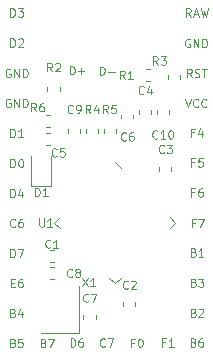
<source format=gto>
G04 #@! TF.GenerationSoftware,KiCad,Pcbnew,(5.1.6)-1*
G04 #@! TF.CreationDate,2020-09-27T19:06:04+08:00*
G04 #@! TF.ProjectId,Alvaro,416c7661-726f-42e6-9b69-6361645f7063,C*
G04 #@! TF.SameCoordinates,Original*
G04 #@! TF.FileFunction,Legend,Top*
G04 #@! TF.FilePolarity,Positive*
%FSLAX46Y46*%
G04 Gerber Fmt 4.6, Leading zero omitted, Abs format (unit mm)*
G04 Created by KiCad (PCBNEW (5.1.6)-1) date 2020-09-27 19:06:04*
%MOMM*%
%LPD*%
G01*
G04 APERTURE LIST*
%ADD10C,0.080000*%
G04 APERTURE END LIST*
D10*
X26883333Y-31241666D02*
X26883333Y-30541666D01*
X27050000Y-30541666D01*
X27150000Y-30575000D01*
X27216666Y-30641666D01*
X27250000Y-30708333D01*
X27283333Y-30841666D01*
X27283333Y-30941666D01*
X27250000Y-31075000D01*
X27216666Y-31141666D01*
X27150000Y-31208333D01*
X27050000Y-31241666D01*
X26883333Y-31241666D01*
X27583333Y-30975000D02*
X28116666Y-30975000D01*
X27850000Y-31241666D02*
X27850000Y-30708333D01*
X29433333Y-31266666D02*
X29433333Y-30566666D01*
X29600000Y-30566666D01*
X29700000Y-30600000D01*
X29766666Y-30666666D01*
X29800000Y-30733333D01*
X29833333Y-30866666D01*
X29833333Y-30966666D01*
X29800000Y-31100000D01*
X29766666Y-31166666D01*
X29700000Y-31233333D01*
X29600000Y-31266666D01*
X29433333Y-31266666D01*
X30133333Y-31000000D02*
X30666666Y-31000000D01*
X37416666Y-36149999D02*
X37183333Y-36149999D01*
X37183333Y-36516665D02*
X37183333Y-35816665D01*
X37516666Y-35816665D01*
X38083333Y-36049999D02*
X38083333Y-36516665D01*
X37916666Y-35783332D02*
X37750000Y-36283332D01*
X38183333Y-36283332D01*
X36641666Y-33316666D02*
X36875000Y-34016666D01*
X37108333Y-33316666D01*
X37741666Y-33950000D02*
X37708333Y-33983333D01*
X37608333Y-34016666D01*
X37541666Y-34016666D01*
X37441666Y-33983333D01*
X37375000Y-33916666D01*
X37341666Y-33850000D01*
X37308333Y-33716666D01*
X37308333Y-33616666D01*
X37341666Y-33483333D01*
X37375000Y-33416666D01*
X37441666Y-33350000D01*
X37541666Y-33316666D01*
X37608333Y-33316666D01*
X37708333Y-33350000D01*
X37741666Y-33383333D01*
X38441666Y-33950000D02*
X38408333Y-33983333D01*
X38308333Y-34016666D01*
X38241666Y-34016666D01*
X38141666Y-33983333D01*
X38075000Y-33916666D01*
X38041666Y-33850000D01*
X38008333Y-33716666D01*
X38008333Y-33616666D01*
X38041666Y-33483333D01*
X38075000Y-33416666D01*
X38141666Y-33350000D01*
X38241666Y-33316666D01*
X38308333Y-33316666D01*
X38408333Y-33350000D01*
X38441666Y-33383333D01*
X37191666Y-31466666D02*
X36958333Y-31133333D01*
X36791666Y-31466666D02*
X36791666Y-30766666D01*
X37058333Y-30766666D01*
X37125000Y-30800000D01*
X37158333Y-30833333D01*
X37191666Y-30900000D01*
X37191666Y-31000000D01*
X37158333Y-31066666D01*
X37125000Y-31100000D01*
X37058333Y-31133333D01*
X36791666Y-31133333D01*
X37458333Y-31433333D02*
X37558333Y-31466666D01*
X37725000Y-31466666D01*
X37791666Y-31433333D01*
X37825000Y-31400000D01*
X37858333Y-31333333D01*
X37858333Y-31266666D01*
X37825000Y-31200000D01*
X37791666Y-31166666D01*
X37725000Y-31133333D01*
X37591666Y-31100000D01*
X37525000Y-31066666D01*
X37491666Y-31033333D01*
X37458333Y-30966666D01*
X37458333Y-30900000D01*
X37491666Y-30833333D01*
X37525000Y-30800000D01*
X37591666Y-30766666D01*
X37758333Y-30766666D01*
X37858333Y-30800000D01*
X38058333Y-30766666D02*
X38458333Y-30766666D01*
X38258333Y-31466666D02*
X38258333Y-30766666D01*
X37416666Y-38675000D02*
X37183333Y-38675000D01*
X37183333Y-39041666D02*
X37183333Y-38341666D01*
X37516666Y-38341666D01*
X38116666Y-38341666D02*
X37783333Y-38341666D01*
X37750000Y-38675000D01*
X37783333Y-38641666D01*
X37850000Y-38608333D01*
X38016666Y-38608333D01*
X38083333Y-38641666D01*
X38116666Y-38675000D01*
X38150000Y-38741666D01*
X38150000Y-38908333D01*
X38116666Y-38975000D01*
X38083333Y-39008333D01*
X38016666Y-39041666D01*
X37850000Y-39041666D01*
X37783333Y-39008333D01*
X37750000Y-38975000D01*
X37041666Y-28275000D02*
X36975000Y-28241666D01*
X36875000Y-28241666D01*
X36775000Y-28275000D01*
X36708333Y-28341666D01*
X36675000Y-28408333D01*
X36641666Y-28541666D01*
X36641666Y-28641666D01*
X36675000Y-28775000D01*
X36708333Y-28841666D01*
X36775000Y-28908333D01*
X36875000Y-28941666D01*
X36941666Y-28941666D01*
X37041666Y-28908333D01*
X37075000Y-28875000D01*
X37075000Y-28641666D01*
X36941666Y-28641666D01*
X37375000Y-28941666D02*
X37375000Y-28241666D01*
X37775000Y-28941666D01*
X37775000Y-28241666D01*
X38108333Y-28941666D02*
X38108333Y-28241666D01*
X38275000Y-28241666D01*
X38375000Y-28275000D01*
X38441666Y-28341666D01*
X38475000Y-28408333D01*
X38508333Y-28541666D01*
X38508333Y-28641666D01*
X38475000Y-28775000D01*
X38441666Y-28841666D01*
X38375000Y-28908333D01*
X38275000Y-28941666D01*
X38108333Y-28941666D01*
X37121666Y-26341666D02*
X36888333Y-26008333D01*
X36721666Y-26341666D02*
X36721666Y-25641666D01*
X36988333Y-25641666D01*
X37055000Y-25675000D01*
X37088333Y-25708333D01*
X37121666Y-25775000D01*
X37121666Y-25875000D01*
X37088333Y-25941666D01*
X37055000Y-25975000D01*
X36988333Y-26008333D01*
X36721666Y-26008333D01*
X37388333Y-26141666D02*
X37721666Y-26141666D01*
X37321666Y-26341666D02*
X37555000Y-25641666D01*
X37788333Y-26341666D01*
X37955000Y-25641666D02*
X38121666Y-26341666D01*
X38255000Y-25841666D01*
X38388333Y-26341666D01*
X38555000Y-25641666D01*
X37441666Y-43775000D02*
X37208333Y-43775000D01*
X37208333Y-44141666D02*
X37208333Y-43441666D01*
X37541666Y-43441666D01*
X37741666Y-43441666D02*
X38208333Y-43441666D01*
X37908333Y-44141666D01*
X37366666Y-46300000D02*
X37466666Y-46333333D01*
X37500000Y-46366666D01*
X37533333Y-46433333D01*
X37533333Y-46533333D01*
X37500000Y-46600000D01*
X37466666Y-46633333D01*
X37400000Y-46666666D01*
X37133333Y-46666666D01*
X37133333Y-45966666D01*
X37366666Y-45966666D01*
X37433333Y-46000000D01*
X37466666Y-46033333D01*
X37500000Y-46100000D01*
X37500000Y-46166666D01*
X37466666Y-46233333D01*
X37433333Y-46266666D01*
X37366666Y-46300000D01*
X37133333Y-46300000D01*
X38200000Y-46666666D02*
X37800000Y-46666666D01*
X38000000Y-46666666D02*
X38000000Y-45966666D01*
X37933333Y-46066666D01*
X37866666Y-46133333D01*
X37800000Y-46166666D01*
X37341666Y-53925000D02*
X37441666Y-53958333D01*
X37475000Y-53991666D01*
X37508333Y-54058333D01*
X37508333Y-54158333D01*
X37475000Y-54225000D01*
X37441666Y-54258333D01*
X37375000Y-54291666D01*
X37108333Y-54291666D01*
X37108333Y-53591666D01*
X37341666Y-53591666D01*
X37408333Y-53625000D01*
X37441666Y-53658333D01*
X37475000Y-53725000D01*
X37475000Y-53791666D01*
X37441666Y-53858333D01*
X37408333Y-53891666D01*
X37341666Y-53925000D01*
X37108333Y-53925000D01*
X38108333Y-53591666D02*
X37975000Y-53591666D01*
X37908333Y-53625000D01*
X37875000Y-53658333D01*
X37808333Y-53758333D01*
X37775000Y-53891666D01*
X37775000Y-54158333D01*
X37808333Y-54225000D01*
X37841666Y-54258333D01*
X37908333Y-54291666D01*
X38041666Y-54291666D01*
X38108333Y-54258333D01*
X38141666Y-54225000D01*
X38175000Y-54158333D01*
X38175000Y-53991666D01*
X38141666Y-53925000D01*
X38108333Y-53891666D01*
X38041666Y-53858333D01*
X37908333Y-53858333D01*
X37841666Y-53891666D01*
X37808333Y-53925000D01*
X37775000Y-53991666D01*
X37366666Y-51400000D02*
X37466666Y-51433333D01*
X37500000Y-51466666D01*
X37533333Y-51533333D01*
X37533333Y-51633333D01*
X37500000Y-51700000D01*
X37466666Y-51733333D01*
X37400000Y-51766666D01*
X37133333Y-51766666D01*
X37133333Y-51066666D01*
X37366666Y-51066666D01*
X37433333Y-51100000D01*
X37466666Y-51133333D01*
X37500000Y-51200000D01*
X37500000Y-51266666D01*
X37466666Y-51333333D01*
X37433333Y-51366666D01*
X37366666Y-51400000D01*
X37133333Y-51400000D01*
X37800000Y-51133333D02*
X37833333Y-51100000D01*
X37900000Y-51066666D01*
X38066666Y-51066666D01*
X38133333Y-51100000D01*
X38166666Y-51133333D01*
X38200000Y-51200000D01*
X38200000Y-51266666D01*
X38166666Y-51366666D01*
X37766666Y-51766666D01*
X38200000Y-51766666D01*
X37366666Y-48850001D02*
X37466666Y-48883334D01*
X37500000Y-48916667D01*
X37533333Y-48983334D01*
X37533333Y-49083334D01*
X37500000Y-49150001D01*
X37466666Y-49183334D01*
X37400000Y-49216667D01*
X37133333Y-49216667D01*
X37133333Y-48516667D01*
X37366666Y-48516667D01*
X37433333Y-48550001D01*
X37466666Y-48583334D01*
X37500000Y-48650001D01*
X37500000Y-48716667D01*
X37466666Y-48783334D01*
X37433333Y-48816667D01*
X37366666Y-48850001D01*
X37133333Y-48850001D01*
X37766666Y-48516667D02*
X38200000Y-48516667D01*
X37966666Y-48783334D01*
X38066666Y-48783334D01*
X38133333Y-48816667D01*
X38166666Y-48850001D01*
X38200000Y-48916667D01*
X38200000Y-49083334D01*
X38166666Y-49150001D01*
X38133333Y-49183334D01*
X38066666Y-49216667D01*
X37866666Y-49216667D01*
X37800000Y-49183334D01*
X37766666Y-49150001D01*
X37416666Y-41224999D02*
X37183333Y-41224999D01*
X37183333Y-41591665D02*
X37183333Y-40891665D01*
X37516666Y-40891665D01*
X38083333Y-40891665D02*
X37950000Y-40891665D01*
X37883333Y-40924999D01*
X37850000Y-40958332D01*
X37783333Y-41058332D01*
X37750000Y-41191665D01*
X37750000Y-41458332D01*
X37783333Y-41524999D01*
X37816666Y-41558332D01*
X37883333Y-41591665D01*
X38016666Y-41591665D01*
X38083333Y-41558332D01*
X38116666Y-41524999D01*
X38150000Y-41458332D01*
X38150000Y-41291665D01*
X38116666Y-41224999D01*
X38083333Y-41191665D01*
X38016666Y-41158332D01*
X37883333Y-41158332D01*
X37816666Y-41191665D01*
X37783333Y-41224999D01*
X37750000Y-41291665D01*
X34941666Y-53925000D02*
X34708333Y-53925000D01*
X34708333Y-54291666D02*
X34708333Y-53591666D01*
X35041666Y-53591666D01*
X35675000Y-54291666D02*
X35275000Y-54291666D01*
X35475000Y-54291666D02*
X35475000Y-53591666D01*
X35408333Y-53691666D01*
X35341666Y-53758333D01*
X35275000Y-53791666D01*
X32306666Y-53950000D02*
X32073333Y-53950000D01*
X32073333Y-54316666D02*
X32073333Y-53616666D01*
X32406666Y-53616666D01*
X32806666Y-53616666D02*
X32873333Y-53616666D01*
X32940000Y-53650000D01*
X32973333Y-53683333D01*
X33006666Y-53750000D01*
X33040000Y-53883333D01*
X33040000Y-54050000D01*
X33006666Y-54183333D01*
X32973333Y-54250000D01*
X32940000Y-54283333D01*
X32873333Y-54316666D01*
X32806666Y-54316666D01*
X32740000Y-54283333D01*
X32706666Y-54250000D01*
X32673333Y-54183333D01*
X32640000Y-54050000D01*
X32640000Y-53883333D01*
X32673333Y-53750000D01*
X32706666Y-53683333D01*
X32740000Y-53650000D01*
X32806666Y-53616666D01*
X29858333Y-54225000D02*
X29825000Y-54258333D01*
X29725000Y-54291666D01*
X29658333Y-54291666D01*
X29558333Y-54258333D01*
X29491666Y-54191666D01*
X29458333Y-54125000D01*
X29425000Y-53991666D01*
X29425000Y-53891666D01*
X29458333Y-53758333D01*
X29491666Y-53691666D01*
X29558333Y-53625000D01*
X29658333Y-53591666D01*
X29725000Y-53591666D01*
X29825000Y-53625000D01*
X29858333Y-53658333D01*
X30091666Y-53591666D02*
X30558333Y-53591666D01*
X30258333Y-54291666D01*
X26943333Y-54291666D02*
X26943333Y-53591666D01*
X27110000Y-53591666D01*
X27210000Y-53625000D01*
X27276666Y-53691666D01*
X27310000Y-53758333D01*
X27343333Y-53891666D01*
X27343333Y-53991666D01*
X27310000Y-54125000D01*
X27276666Y-54191666D01*
X27210000Y-54258333D01*
X27110000Y-54291666D01*
X26943333Y-54291666D01*
X27943333Y-53591666D02*
X27810000Y-53591666D01*
X27743333Y-53625000D01*
X27710000Y-53658333D01*
X27643333Y-53758333D01*
X27610000Y-53891666D01*
X27610000Y-54158333D01*
X27643333Y-54225000D01*
X27676666Y-54258333D01*
X27743333Y-54291666D01*
X27876666Y-54291666D01*
X27943333Y-54258333D01*
X27976666Y-54225000D01*
X28010000Y-54158333D01*
X28010000Y-53991666D01*
X27976666Y-53925000D01*
X27943333Y-53891666D01*
X27876666Y-53858333D01*
X27743333Y-53858333D01*
X27676666Y-53891666D01*
X27643333Y-53925000D01*
X27610000Y-53991666D01*
X24641666Y-53950000D02*
X24741666Y-53983333D01*
X24775000Y-54016666D01*
X24808333Y-54083333D01*
X24808333Y-54183333D01*
X24775000Y-54250000D01*
X24741666Y-54283333D01*
X24675000Y-54316666D01*
X24408333Y-54316666D01*
X24408333Y-53616666D01*
X24641666Y-53616666D01*
X24708333Y-53650000D01*
X24741666Y-53683333D01*
X24775000Y-53750000D01*
X24775000Y-53816666D01*
X24741666Y-53883333D01*
X24708333Y-53916666D01*
X24641666Y-53950000D01*
X24408333Y-53950000D01*
X25041666Y-53616666D02*
X25508333Y-53616666D01*
X25208333Y-54316666D01*
X21858333Y-39091666D02*
X21858333Y-38391666D01*
X22025000Y-38391666D01*
X22125000Y-38425000D01*
X22191666Y-38491666D01*
X22225000Y-38558333D01*
X22258333Y-38691666D01*
X22258333Y-38791666D01*
X22225000Y-38925000D01*
X22191666Y-38991666D01*
X22125000Y-39058333D01*
X22025000Y-39091666D01*
X21858333Y-39091666D01*
X22691666Y-38391666D02*
X22758333Y-38391666D01*
X22825000Y-38425000D01*
X22858333Y-38458333D01*
X22891666Y-38525000D01*
X22925000Y-38658333D01*
X22925000Y-38825000D01*
X22891666Y-38958333D01*
X22858333Y-39025000D01*
X22825000Y-39058333D01*
X22758333Y-39091666D01*
X22691666Y-39091666D01*
X22625000Y-39058333D01*
X22591666Y-39025000D01*
X22558333Y-38958333D01*
X22525000Y-38825000D01*
X22525000Y-38658333D01*
X22558333Y-38525000D01*
X22591666Y-38458333D01*
X22625000Y-38425000D01*
X22691666Y-38391666D01*
X22258333Y-44100000D02*
X22225000Y-44133333D01*
X22125000Y-44166666D01*
X22058333Y-44166666D01*
X21958333Y-44133333D01*
X21891666Y-44066666D01*
X21858333Y-44000000D01*
X21825000Y-43866666D01*
X21825000Y-43766666D01*
X21858333Y-43633333D01*
X21891666Y-43566666D01*
X21958333Y-43500000D01*
X22058333Y-43466666D01*
X22125000Y-43466666D01*
X22225000Y-43500000D01*
X22258333Y-43533333D01*
X22858333Y-43466666D02*
X22725000Y-43466666D01*
X22658333Y-43500000D01*
X22625000Y-43533333D01*
X22558333Y-43633333D01*
X22525000Y-43766666D01*
X22525000Y-44033333D01*
X22558333Y-44100000D01*
X22591666Y-44133333D01*
X22658333Y-44166666D01*
X22791666Y-44166666D01*
X22858333Y-44133333D01*
X22891666Y-44100000D01*
X22925000Y-44033333D01*
X22925000Y-43866666D01*
X22891666Y-43800000D01*
X22858333Y-43766666D01*
X22791666Y-43733333D01*
X22658333Y-43733333D01*
X22591666Y-43766666D01*
X22558333Y-43800000D01*
X22525000Y-43866666D01*
X21858333Y-46716666D02*
X21858333Y-46016666D01*
X22025000Y-46016666D01*
X22125000Y-46050000D01*
X22191666Y-46116666D01*
X22225000Y-46183333D01*
X22258333Y-46316666D01*
X22258333Y-46416666D01*
X22225000Y-46550000D01*
X22191666Y-46616666D01*
X22125000Y-46683333D01*
X22025000Y-46716666D01*
X21858333Y-46716666D01*
X22491666Y-46016666D02*
X22958333Y-46016666D01*
X22658333Y-46716666D01*
X22066667Y-53949998D02*
X22166667Y-53983331D01*
X22200001Y-54016664D01*
X22233334Y-54083331D01*
X22233334Y-54183331D01*
X22200001Y-54249998D01*
X22166667Y-54283331D01*
X22100001Y-54316664D01*
X21833334Y-54316664D01*
X21833334Y-53616664D01*
X22066667Y-53616664D01*
X22133334Y-53649998D01*
X22166667Y-53683331D01*
X22200001Y-53749998D01*
X22200001Y-53816664D01*
X22166667Y-53883331D01*
X22133334Y-53916664D01*
X22066667Y-53949998D01*
X21833334Y-53949998D01*
X22866667Y-53616664D02*
X22533334Y-53616664D01*
X22500001Y-53949998D01*
X22533334Y-53916664D01*
X22600001Y-53883331D01*
X22766667Y-53883331D01*
X22833334Y-53916664D01*
X22866667Y-53949998D01*
X22900001Y-54016664D01*
X22900001Y-54183331D01*
X22866667Y-54249998D01*
X22833334Y-54283331D01*
X22766667Y-54316664D01*
X22600001Y-54316664D01*
X22533334Y-54283331D01*
X22500001Y-54249998D01*
X21891666Y-48875000D02*
X22125000Y-48875000D01*
X22225000Y-49241666D02*
X21891666Y-49241666D01*
X21891666Y-48541666D01*
X22225000Y-48541666D01*
X22825000Y-48541666D02*
X22691666Y-48541666D01*
X22625000Y-48575000D01*
X22591666Y-48608333D01*
X22525000Y-48708333D01*
X22491666Y-48841666D01*
X22491666Y-49108333D01*
X22525000Y-49175000D01*
X22558333Y-49208333D01*
X22625000Y-49241666D01*
X22758333Y-49241666D01*
X22825000Y-49208333D01*
X22858333Y-49175000D01*
X22891666Y-49108333D01*
X22891666Y-48941666D01*
X22858333Y-48875000D01*
X22825000Y-48841666D01*
X22758333Y-48808333D01*
X22625000Y-48808333D01*
X22558333Y-48841666D01*
X22525000Y-48875000D01*
X22491666Y-48941666D01*
X21858333Y-28891666D02*
X21858333Y-28191666D01*
X22025000Y-28191666D01*
X22125000Y-28225000D01*
X22191666Y-28291666D01*
X22225000Y-28358333D01*
X22258333Y-28491666D01*
X22258333Y-28591666D01*
X22225000Y-28725000D01*
X22191666Y-28791666D01*
X22125000Y-28858333D01*
X22025000Y-28891666D01*
X21858333Y-28891666D01*
X22525000Y-28258333D02*
X22558333Y-28225000D01*
X22625000Y-28191666D01*
X22791666Y-28191666D01*
X22858333Y-28225000D01*
X22891666Y-28258333D01*
X22925000Y-28325000D01*
X22925000Y-28391666D01*
X22891666Y-28491666D01*
X22491666Y-28891666D01*
X22925000Y-28891666D01*
X22091666Y-51424998D02*
X22191666Y-51458331D01*
X22225000Y-51491664D01*
X22258333Y-51558331D01*
X22258333Y-51658331D01*
X22225000Y-51724998D01*
X22191666Y-51758331D01*
X22125000Y-51791664D01*
X21858333Y-51791664D01*
X21858333Y-51091664D01*
X22091666Y-51091664D01*
X22158333Y-51124998D01*
X22191666Y-51158331D01*
X22225000Y-51224998D01*
X22225000Y-51291664D01*
X22191666Y-51358331D01*
X22158333Y-51391664D01*
X22091666Y-51424998D01*
X21858333Y-51424998D01*
X22858333Y-51324998D02*
X22858333Y-51791664D01*
X22691666Y-51058331D02*
X22525000Y-51558331D01*
X22958333Y-51558331D01*
X21858334Y-26341666D02*
X21858334Y-25641666D01*
X22025001Y-25641666D01*
X22125001Y-25675000D01*
X22191667Y-25741666D01*
X22225001Y-25808333D01*
X22258334Y-25941666D01*
X22258334Y-26041666D01*
X22225001Y-26175000D01*
X22191667Y-26241666D01*
X22125001Y-26308333D01*
X22025001Y-26341666D01*
X21858334Y-26341666D01*
X22491667Y-25641666D02*
X22925001Y-25641666D01*
X22691667Y-25908333D01*
X22791667Y-25908333D01*
X22858334Y-25941666D01*
X22891667Y-25975000D01*
X22925001Y-26041666D01*
X22925001Y-26208333D01*
X22891667Y-26275000D01*
X22858334Y-26308333D01*
X22791667Y-26341666D01*
X22591667Y-26341666D01*
X22525001Y-26308333D01*
X22491667Y-26275000D01*
X21841666Y-33325000D02*
X21775000Y-33291666D01*
X21675000Y-33291666D01*
X21575000Y-33325000D01*
X21508333Y-33391666D01*
X21475000Y-33458333D01*
X21441666Y-33591666D01*
X21441666Y-33691666D01*
X21475000Y-33825000D01*
X21508333Y-33891666D01*
X21575000Y-33958333D01*
X21675000Y-33991666D01*
X21741666Y-33991666D01*
X21841666Y-33958333D01*
X21875000Y-33925000D01*
X21875000Y-33691666D01*
X21741666Y-33691666D01*
X22175000Y-33991666D02*
X22175000Y-33291666D01*
X22575000Y-33991666D01*
X22575000Y-33291666D01*
X22908333Y-33991666D02*
X22908333Y-33291666D01*
X23075000Y-33291666D01*
X23175000Y-33325000D01*
X23241666Y-33391666D01*
X23275000Y-33458333D01*
X23308333Y-33591666D01*
X23308333Y-33691666D01*
X23275000Y-33825000D01*
X23241666Y-33891666D01*
X23175000Y-33958333D01*
X23075000Y-33991666D01*
X22908333Y-33991666D01*
X21858335Y-36541665D02*
X21858335Y-35841665D01*
X22025002Y-35841665D01*
X22125002Y-35874999D01*
X22191668Y-35941665D01*
X22225002Y-36008332D01*
X22258335Y-36141665D01*
X22258335Y-36241665D01*
X22225002Y-36374999D01*
X22191668Y-36441665D01*
X22125002Y-36508332D01*
X22025002Y-36541665D01*
X21858335Y-36541665D01*
X22925002Y-36541665D02*
X22525002Y-36541665D01*
X22725002Y-36541665D02*
X22725002Y-35841665D01*
X22658335Y-35941665D01*
X22591668Y-36008332D01*
X22525002Y-36041665D01*
X21858333Y-41641664D02*
X21858333Y-40941664D01*
X22025000Y-40941664D01*
X22125000Y-40974998D01*
X22191666Y-41041664D01*
X22225000Y-41108331D01*
X22258333Y-41241664D01*
X22258333Y-41341664D01*
X22225000Y-41474998D01*
X22191666Y-41541664D01*
X22125000Y-41608331D01*
X22025000Y-41641664D01*
X21858333Y-41641664D01*
X22858333Y-41174998D02*
X22858333Y-41641664D01*
X22691666Y-40908331D02*
X22525000Y-41408331D01*
X22958333Y-41408331D01*
X21841666Y-30800000D02*
X21775000Y-30766666D01*
X21675000Y-30766666D01*
X21575000Y-30800000D01*
X21508333Y-30866666D01*
X21475000Y-30933333D01*
X21441666Y-31066666D01*
X21441666Y-31166666D01*
X21475000Y-31300000D01*
X21508333Y-31366666D01*
X21575000Y-31433333D01*
X21675000Y-31466666D01*
X21741666Y-31466666D01*
X21841666Y-31433333D01*
X21875000Y-31400000D01*
X21875000Y-31166666D01*
X21741666Y-31166666D01*
X22175000Y-31466666D02*
X22175000Y-30766666D01*
X22575000Y-31466666D01*
X22575000Y-30766666D01*
X22908333Y-31466666D02*
X22908333Y-30766666D01*
X23075000Y-30766666D01*
X23175000Y-30800000D01*
X23241666Y-30866666D01*
X23275000Y-30933333D01*
X23308333Y-31066666D01*
X23308333Y-31166666D01*
X23275000Y-31300000D01*
X23241666Y-31366666D01*
X23175000Y-31433333D01*
X23075000Y-31466666D01*
X22908333Y-31466666D01*
X25162779Y-36165000D02*
X24837221Y-36165000D01*
X25162779Y-37185000D02*
X24837221Y-37185000D01*
X30700000Y-38680547D02*
X31173762Y-39154308D01*
X25580547Y-43800000D02*
X26054308Y-43326238D01*
X25580547Y-43800000D02*
X26054308Y-44273762D01*
X35819453Y-43800000D02*
X35345692Y-43326238D01*
X35819453Y-43800000D02*
X35345692Y-44273762D01*
X30700000Y-48919453D02*
X30226238Y-48445692D01*
X30700000Y-48919453D02*
X31173762Y-48445692D01*
X24837221Y-35685000D02*
X25162779Y-35685000D01*
X24837221Y-34665000D02*
X25162779Y-34665000D01*
X30760000Y-36212779D02*
X30760000Y-35887221D01*
X29740000Y-36212779D02*
X29740000Y-35887221D01*
X29260000Y-36212779D02*
X29260000Y-35887221D01*
X28240000Y-36212779D02*
X28240000Y-35887221D01*
X35190000Y-31287221D02*
X35190000Y-31612779D01*
X36210000Y-31287221D02*
X36210000Y-31612779D01*
X26010000Y-32612779D02*
X26010000Y-32287221D01*
X24990000Y-32612779D02*
X24990000Y-32287221D01*
X33662779Y-30790000D02*
X33337221Y-30790000D01*
X33662779Y-31810000D02*
X33337221Y-31810000D01*
X35260000Y-34612779D02*
X35260000Y-34287221D01*
X34240000Y-34612779D02*
X34240000Y-34287221D01*
X27760000Y-36212779D02*
X27760000Y-35887221D01*
X26740000Y-36212779D02*
X26740000Y-35887221D01*
X25187221Y-48585000D02*
X25512779Y-48585000D01*
X25187221Y-47565000D02*
X25512779Y-47565000D01*
X28040000Y-51962779D02*
X28040000Y-51637221D01*
X29060000Y-51962779D02*
X29060000Y-51637221D01*
X32260000Y-34962779D02*
X32260000Y-34637221D01*
X31240000Y-34962779D02*
X31240000Y-34637221D01*
X33760000Y-34612779D02*
X33760000Y-34287221D01*
X32740000Y-34612779D02*
X32740000Y-34287221D01*
X34440000Y-39049721D02*
X34440000Y-39375279D01*
X35460000Y-39049721D02*
X35460000Y-39375279D01*
X32435000Y-50537221D02*
X32435000Y-50862779D01*
X31415000Y-50537221D02*
X31415000Y-50862779D01*
X25512779Y-46065000D02*
X25187221Y-46065000D01*
X25512779Y-47085000D02*
X25187221Y-47085000D01*
X23600000Y-40725000D02*
X25300000Y-40725000D01*
X25300000Y-40725000D02*
X25300000Y-38175000D01*
X23600000Y-40725000D02*
X23600000Y-38175000D01*
X24450000Y-53150000D02*
X27650000Y-53150000D01*
X27650000Y-53150000D02*
X27650000Y-49150000D01*
X25783333Y-38125000D02*
X25750000Y-38158333D01*
X25650000Y-38191666D01*
X25583333Y-38191666D01*
X25483333Y-38158333D01*
X25416666Y-38091666D01*
X25383333Y-38025000D01*
X25350000Y-37891666D01*
X25350000Y-37791666D01*
X25383333Y-37658333D01*
X25416666Y-37591666D01*
X25483333Y-37525000D01*
X25583333Y-37491666D01*
X25650000Y-37491666D01*
X25750000Y-37525000D01*
X25783333Y-37558333D01*
X26416666Y-37491666D02*
X26083333Y-37491666D01*
X26050000Y-37825000D01*
X26083333Y-37791666D01*
X26150000Y-37758333D01*
X26316666Y-37758333D01*
X26383333Y-37791666D01*
X26416666Y-37825000D01*
X26450000Y-37891666D01*
X26450000Y-38058333D01*
X26416666Y-38125000D01*
X26383333Y-38158333D01*
X26316666Y-38191666D01*
X26150000Y-38191666D01*
X26083333Y-38158333D01*
X26050000Y-38125000D01*
X24291666Y-43416666D02*
X24291666Y-43983333D01*
X24325000Y-44050000D01*
X24358333Y-44083333D01*
X24425000Y-44116666D01*
X24558333Y-44116666D01*
X24625000Y-44083333D01*
X24658333Y-44050000D01*
X24691666Y-43983333D01*
X24691666Y-43416666D01*
X25391666Y-44116666D02*
X24991666Y-44116666D01*
X25191666Y-44116666D02*
X25191666Y-43416666D01*
X25125000Y-43516666D01*
X25058333Y-43583333D01*
X24991666Y-43616666D01*
X24033333Y-34366666D02*
X23800000Y-34033333D01*
X23633333Y-34366666D02*
X23633333Y-33666666D01*
X23900000Y-33666666D01*
X23966666Y-33700000D01*
X24000000Y-33733333D01*
X24033333Y-33800000D01*
X24033333Y-33900000D01*
X24000000Y-33966666D01*
X23966666Y-34000000D01*
X23900000Y-34033333D01*
X23633333Y-34033333D01*
X24633333Y-33666666D02*
X24500000Y-33666666D01*
X24433333Y-33700000D01*
X24400000Y-33733333D01*
X24333333Y-33833333D01*
X24300000Y-33966666D01*
X24300000Y-34233333D01*
X24333333Y-34300000D01*
X24366666Y-34333333D01*
X24433333Y-34366666D01*
X24566666Y-34366666D01*
X24633333Y-34333333D01*
X24666666Y-34300000D01*
X24700000Y-34233333D01*
X24700000Y-34066666D01*
X24666666Y-34000000D01*
X24633333Y-33966666D01*
X24566666Y-33933333D01*
X24433333Y-33933333D01*
X24366666Y-33966666D01*
X24333333Y-34000000D01*
X24300000Y-34066666D01*
X30133333Y-34516666D02*
X29900000Y-34183333D01*
X29733333Y-34516666D02*
X29733333Y-33816666D01*
X30000000Y-33816666D01*
X30066666Y-33850000D01*
X30100000Y-33883333D01*
X30133333Y-33950000D01*
X30133333Y-34050000D01*
X30100000Y-34116666D01*
X30066666Y-34150000D01*
X30000000Y-34183333D01*
X29733333Y-34183333D01*
X30766666Y-33816666D02*
X30433333Y-33816666D01*
X30400000Y-34150000D01*
X30433333Y-34116666D01*
X30500000Y-34083333D01*
X30666666Y-34083333D01*
X30733333Y-34116666D01*
X30766666Y-34150000D01*
X30800000Y-34216666D01*
X30800000Y-34383333D01*
X30766666Y-34450000D01*
X30733333Y-34483333D01*
X30666666Y-34516666D01*
X30500000Y-34516666D01*
X30433333Y-34483333D01*
X30400000Y-34450000D01*
X28633333Y-34516666D02*
X28400000Y-34183333D01*
X28233333Y-34516666D02*
X28233333Y-33816666D01*
X28500000Y-33816666D01*
X28566666Y-33850000D01*
X28600000Y-33883333D01*
X28633333Y-33950000D01*
X28633333Y-34050000D01*
X28600000Y-34116666D01*
X28566666Y-34150000D01*
X28500000Y-34183333D01*
X28233333Y-34183333D01*
X29233333Y-34050000D02*
X29233333Y-34516666D01*
X29066666Y-33783333D02*
X28900000Y-34283333D01*
X29333333Y-34283333D01*
X34333333Y-30416666D02*
X34100000Y-30083333D01*
X33933333Y-30416666D02*
X33933333Y-29716666D01*
X34200000Y-29716666D01*
X34266666Y-29750000D01*
X34300000Y-29783333D01*
X34333333Y-29850000D01*
X34333333Y-29950000D01*
X34300000Y-30016666D01*
X34266666Y-30050000D01*
X34200000Y-30083333D01*
X33933333Y-30083333D01*
X34566666Y-29716666D02*
X35000000Y-29716666D01*
X34766666Y-29983333D01*
X34866666Y-29983333D01*
X34933333Y-30016666D01*
X34966666Y-30050000D01*
X35000000Y-30116666D01*
X35000000Y-30283333D01*
X34966666Y-30350000D01*
X34933333Y-30383333D01*
X34866666Y-30416666D01*
X34666666Y-30416666D01*
X34600000Y-30383333D01*
X34566666Y-30350000D01*
X25383333Y-30966666D02*
X25150000Y-30633333D01*
X24983333Y-30966666D02*
X24983333Y-30266666D01*
X25250000Y-30266666D01*
X25316666Y-30300000D01*
X25350000Y-30333333D01*
X25383333Y-30400000D01*
X25383333Y-30500000D01*
X25350000Y-30566666D01*
X25316666Y-30600000D01*
X25250000Y-30633333D01*
X24983333Y-30633333D01*
X25650000Y-30333333D02*
X25683333Y-30300000D01*
X25750000Y-30266666D01*
X25916666Y-30266666D01*
X25983333Y-30300000D01*
X26016666Y-30333333D01*
X26050000Y-30400000D01*
X26050000Y-30466666D01*
X26016666Y-30566666D01*
X25616666Y-30966666D01*
X26050000Y-30966666D01*
X31533333Y-31616666D02*
X31300000Y-31283333D01*
X31133333Y-31616666D02*
X31133333Y-30916666D01*
X31400000Y-30916666D01*
X31466666Y-30950000D01*
X31500000Y-30983333D01*
X31533333Y-31050000D01*
X31533333Y-31150000D01*
X31500000Y-31216666D01*
X31466666Y-31250000D01*
X31400000Y-31283333D01*
X31133333Y-31283333D01*
X32200000Y-31616666D02*
X31800000Y-31616666D01*
X32000000Y-31616666D02*
X32000000Y-30916666D01*
X31933333Y-31016666D01*
X31866666Y-31083333D01*
X31800000Y-31116666D01*
X34300000Y-36600000D02*
X34266666Y-36633333D01*
X34166666Y-36666666D01*
X34100000Y-36666666D01*
X34000000Y-36633333D01*
X33933333Y-36566666D01*
X33900000Y-36500000D01*
X33866666Y-36366666D01*
X33866666Y-36266666D01*
X33900000Y-36133333D01*
X33933333Y-36066666D01*
X34000000Y-36000000D01*
X34100000Y-35966666D01*
X34166666Y-35966666D01*
X34266666Y-36000000D01*
X34300000Y-36033333D01*
X34966666Y-36666666D02*
X34566666Y-36666666D01*
X34766666Y-36666666D02*
X34766666Y-35966666D01*
X34700000Y-36066666D01*
X34633333Y-36133333D01*
X34566666Y-36166666D01*
X35400000Y-35966666D02*
X35466666Y-35966666D01*
X35533333Y-36000000D01*
X35566666Y-36033333D01*
X35600000Y-36100000D01*
X35633333Y-36233333D01*
X35633333Y-36400000D01*
X35600000Y-36533333D01*
X35566666Y-36600000D01*
X35533333Y-36633333D01*
X35466666Y-36666666D01*
X35400000Y-36666666D01*
X35333333Y-36633333D01*
X35300000Y-36600000D01*
X35266666Y-36533333D01*
X35233333Y-36400000D01*
X35233333Y-36233333D01*
X35266666Y-36100000D01*
X35300000Y-36033333D01*
X35333333Y-36000000D01*
X35400000Y-35966666D01*
X27133333Y-34450000D02*
X27100000Y-34483333D01*
X27000000Y-34516666D01*
X26933333Y-34516666D01*
X26833333Y-34483333D01*
X26766666Y-34416666D01*
X26733333Y-34350000D01*
X26700000Y-34216666D01*
X26700000Y-34116666D01*
X26733333Y-33983333D01*
X26766666Y-33916666D01*
X26833333Y-33850000D01*
X26933333Y-33816666D01*
X27000000Y-33816666D01*
X27100000Y-33850000D01*
X27133333Y-33883333D01*
X27466666Y-34516666D02*
X27600000Y-34516666D01*
X27666666Y-34483333D01*
X27700000Y-34450000D01*
X27766666Y-34350000D01*
X27800000Y-34216666D01*
X27800000Y-33950000D01*
X27766666Y-33883333D01*
X27733333Y-33850000D01*
X27666666Y-33816666D01*
X27533333Y-33816666D01*
X27466666Y-33850000D01*
X27433333Y-33883333D01*
X27400000Y-33950000D01*
X27400000Y-34116666D01*
X27433333Y-34183333D01*
X27466666Y-34216666D01*
X27533333Y-34250000D01*
X27666666Y-34250000D01*
X27733333Y-34216666D01*
X27766666Y-34183333D01*
X27800000Y-34116666D01*
X27083333Y-48325000D02*
X27050000Y-48358333D01*
X26950000Y-48391666D01*
X26883333Y-48391666D01*
X26783333Y-48358333D01*
X26716666Y-48291666D01*
X26683333Y-48225000D01*
X26650000Y-48091666D01*
X26650000Y-47991666D01*
X26683333Y-47858333D01*
X26716666Y-47791666D01*
X26783333Y-47725000D01*
X26883333Y-47691666D01*
X26950000Y-47691666D01*
X27050000Y-47725000D01*
X27083333Y-47758333D01*
X27483333Y-47991666D02*
X27416666Y-47958333D01*
X27383333Y-47925000D01*
X27350000Y-47858333D01*
X27350000Y-47825000D01*
X27383333Y-47758333D01*
X27416666Y-47725000D01*
X27483333Y-47691666D01*
X27616666Y-47691666D01*
X27683333Y-47725000D01*
X27716666Y-47758333D01*
X27750000Y-47825000D01*
X27750000Y-47858333D01*
X27716666Y-47925000D01*
X27683333Y-47958333D01*
X27616666Y-47991666D01*
X27483333Y-47991666D01*
X27416666Y-48025000D01*
X27383333Y-48058333D01*
X27350000Y-48125000D01*
X27350000Y-48258333D01*
X27383333Y-48325000D01*
X27416666Y-48358333D01*
X27483333Y-48391666D01*
X27616666Y-48391666D01*
X27683333Y-48358333D01*
X27716666Y-48325000D01*
X27750000Y-48258333D01*
X27750000Y-48125000D01*
X27716666Y-48058333D01*
X27683333Y-48025000D01*
X27616666Y-47991666D01*
X28433333Y-50425000D02*
X28400000Y-50458333D01*
X28300000Y-50491666D01*
X28233333Y-50491666D01*
X28133333Y-50458333D01*
X28066666Y-50391666D01*
X28033333Y-50325000D01*
X28000000Y-50191666D01*
X28000000Y-50091666D01*
X28033333Y-49958333D01*
X28066666Y-49891666D01*
X28133333Y-49825000D01*
X28233333Y-49791666D01*
X28300000Y-49791666D01*
X28400000Y-49825000D01*
X28433333Y-49858333D01*
X28666666Y-49791666D02*
X29133333Y-49791666D01*
X28833333Y-50491666D01*
X31633333Y-36775000D02*
X31600000Y-36808333D01*
X31500000Y-36841666D01*
X31433333Y-36841666D01*
X31333333Y-36808333D01*
X31266666Y-36741666D01*
X31233333Y-36675000D01*
X31200000Y-36541666D01*
X31200000Y-36441666D01*
X31233333Y-36308333D01*
X31266666Y-36241666D01*
X31333333Y-36175000D01*
X31433333Y-36141666D01*
X31500000Y-36141666D01*
X31600000Y-36175000D01*
X31633333Y-36208333D01*
X32233333Y-36141666D02*
X32100000Y-36141666D01*
X32033333Y-36175000D01*
X32000000Y-36208333D01*
X31933333Y-36308333D01*
X31900000Y-36441666D01*
X31900000Y-36708333D01*
X31933333Y-36775000D01*
X31966666Y-36808333D01*
X32033333Y-36841666D01*
X32166666Y-36841666D01*
X32233333Y-36808333D01*
X32266666Y-36775000D01*
X32300000Y-36708333D01*
X32300000Y-36541666D01*
X32266666Y-36475000D01*
X32233333Y-36441666D01*
X32166666Y-36408333D01*
X32033333Y-36408333D01*
X31966666Y-36441666D01*
X31933333Y-36475000D01*
X31900000Y-36541666D01*
X33133333Y-32850000D02*
X33100000Y-32883333D01*
X33000000Y-32916666D01*
X32933333Y-32916666D01*
X32833333Y-32883333D01*
X32766666Y-32816666D01*
X32733333Y-32750000D01*
X32700000Y-32616666D01*
X32700000Y-32516666D01*
X32733333Y-32383333D01*
X32766666Y-32316666D01*
X32833333Y-32250000D01*
X32933333Y-32216666D01*
X33000000Y-32216666D01*
X33100000Y-32250000D01*
X33133333Y-32283333D01*
X33733333Y-32450000D02*
X33733333Y-32916666D01*
X33566666Y-32183333D02*
X33400000Y-32683333D01*
X33833333Y-32683333D01*
X34858333Y-37825000D02*
X34825000Y-37858333D01*
X34725000Y-37891666D01*
X34658333Y-37891666D01*
X34558333Y-37858333D01*
X34491666Y-37791666D01*
X34458333Y-37725000D01*
X34425000Y-37591666D01*
X34425000Y-37491666D01*
X34458333Y-37358333D01*
X34491666Y-37291666D01*
X34558333Y-37225000D01*
X34658333Y-37191666D01*
X34725000Y-37191666D01*
X34825000Y-37225000D01*
X34858333Y-37258333D01*
X35091666Y-37191666D02*
X35525000Y-37191666D01*
X35291666Y-37458333D01*
X35391666Y-37458333D01*
X35458333Y-37491666D01*
X35491666Y-37525000D01*
X35525000Y-37591666D01*
X35525000Y-37758333D01*
X35491666Y-37825000D01*
X35458333Y-37858333D01*
X35391666Y-37891666D01*
X35191666Y-37891666D01*
X35125000Y-37858333D01*
X35091666Y-37825000D01*
X31808333Y-49325000D02*
X31775000Y-49358333D01*
X31675000Y-49391666D01*
X31608333Y-49391666D01*
X31508333Y-49358333D01*
X31441666Y-49291666D01*
X31408333Y-49225000D01*
X31375000Y-49091666D01*
X31375000Y-48991666D01*
X31408333Y-48858333D01*
X31441666Y-48791666D01*
X31508333Y-48725000D01*
X31608333Y-48691666D01*
X31675000Y-48691666D01*
X31775000Y-48725000D01*
X31808333Y-48758333D01*
X32075000Y-48758333D02*
X32108333Y-48725000D01*
X32175000Y-48691666D01*
X32341666Y-48691666D01*
X32408333Y-48725000D01*
X32441666Y-48758333D01*
X32475000Y-48825000D01*
X32475000Y-48891666D01*
X32441666Y-48991666D01*
X32041666Y-49391666D01*
X32475000Y-49391666D01*
X25233333Y-45850000D02*
X25200000Y-45883333D01*
X25100000Y-45916666D01*
X25033333Y-45916666D01*
X24933333Y-45883333D01*
X24866666Y-45816666D01*
X24833333Y-45750000D01*
X24800000Y-45616666D01*
X24800000Y-45516666D01*
X24833333Y-45383333D01*
X24866666Y-45316666D01*
X24933333Y-45250000D01*
X25033333Y-45216666D01*
X25100000Y-45216666D01*
X25200000Y-45250000D01*
X25233333Y-45283333D01*
X25900000Y-45916666D02*
X25500000Y-45916666D01*
X25700000Y-45916666D02*
X25700000Y-45216666D01*
X25633333Y-45316666D01*
X25566666Y-45383333D01*
X25500000Y-45416666D01*
X23933333Y-41541666D02*
X23933333Y-40841666D01*
X24100000Y-40841666D01*
X24200000Y-40875000D01*
X24266666Y-40941666D01*
X24300000Y-41008333D01*
X24333333Y-41141666D01*
X24333333Y-41241666D01*
X24300000Y-41375000D01*
X24266666Y-41441666D01*
X24200000Y-41508333D01*
X24100000Y-41541666D01*
X23933333Y-41541666D01*
X25000000Y-41541666D02*
X24600000Y-41541666D01*
X24800000Y-41541666D02*
X24800000Y-40841666D01*
X24733333Y-40941666D01*
X24666666Y-41008333D01*
X24600000Y-41041666D01*
X27933333Y-48491666D02*
X28400000Y-49191666D01*
X28400000Y-48491666D02*
X27933333Y-49191666D01*
X29033333Y-49191666D02*
X28633333Y-49191666D01*
X28833333Y-49191666D02*
X28833333Y-48491666D01*
X28766666Y-48591666D01*
X28700000Y-48658333D01*
X28633333Y-48691666D01*
M02*

</source>
